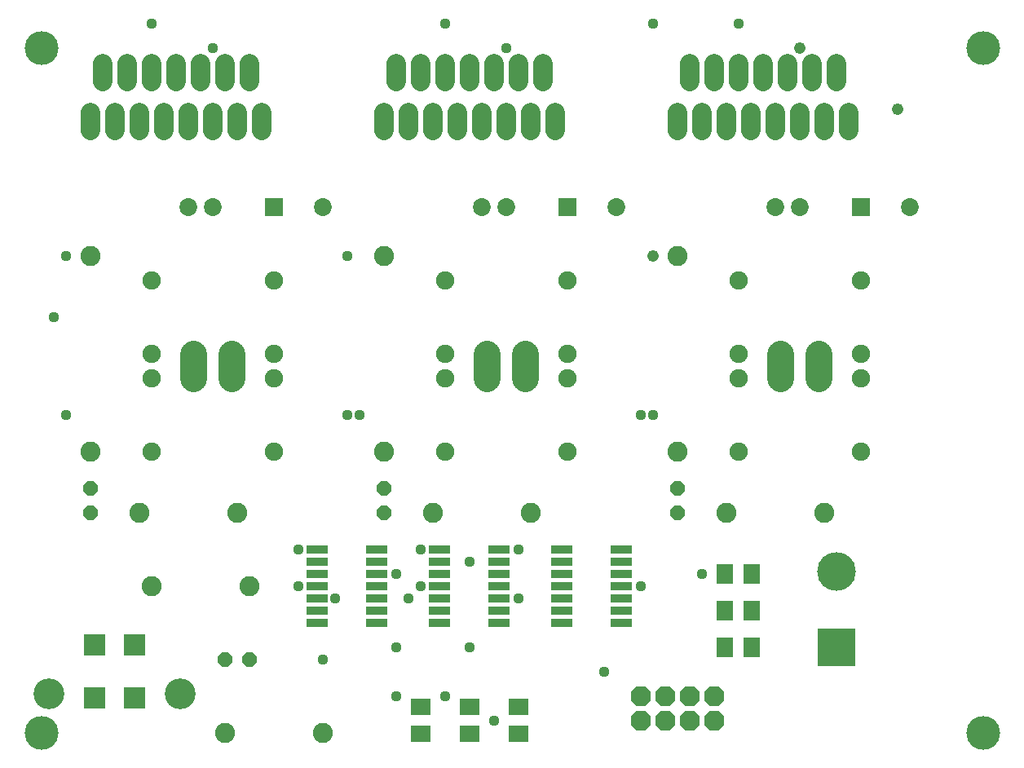
<source format=gts>
G75*
G70*
%OFA0B0*%
%FSLAX24Y24*%
%IPPOS*%
%LPD*%
%AMOC8*
5,1,8,0,0,1.08239X$1,22.5*
%
%ADD10C,0.0789*%
%ADD11C,0.1084*%
%ADD12C,0.0749*%
%ADD13OC8,0.0600*%
%ADD14C,0.0820*%
%ADD15C,0.0730*%
%ADD16R,0.0730X0.0730*%
%ADD17R,0.1580X0.1580*%
%ADD18C,0.1580*%
%ADD19OC8,0.0820*%
%ADD20R,0.0907X0.0907*%
%ADD21C,0.1261*%
%ADD22R,0.0880X0.0340*%
%ADD23R,0.0710X0.0789*%
%ADD24C,0.1380*%
%ADD25R,0.0789X0.0710*%
%ADD26C,0.0440*%
%ADD27C,0.0476*%
D10*
X003601Y026250D02*
X003601Y026959D01*
X004601Y026959D02*
X004601Y026250D01*
X005601Y026250D02*
X005601Y026959D01*
X006601Y026959D02*
X006601Y026250D01*
X007601Y026250D02*
X007601Y026959D01*
X008601Y026959D02*
X008601Y026250D01*
X009601Y026250D02*
X009601Y026959D01*
X010601Y026959D02*
X010601Y026250D01*
X010101Y028250D02*
X010101Y028959D01*
X009101Y028959D02*
X009101Y028250D01*
X008101Y028250D02*
X008101Y028959D01*
X007101Y028959D02*
X007101Y028250D01*
X006101Y028250D02*
X006101Y028959D01*
X005101Y028959D02*
X005101Y028250D01*
X004101Y028250D02*
X004101Y028959D01*
X015601Y026959D02*
X015601Y026250D01*
X016601Y026250D02*
X016601Y026959D01*
X017601Y026959D02*
X017601Y026250D01*
X018601Y026250D02*
X018601Y026959D01*
X019601Y026959D02*
X019601Y026250D01*
X020601Y026250D02*
X020601Y026959D01*
X021601Y026959D02*
X021601Y026250D01*
X022601Y026250D02*
X022601Y026959D01*
X022101Y028250D02*
X022101Y028959D01*
X021101Y028959D02*
X021101Y028250D01*
X020101Y028250D02*
X020101Y028959D01*
X019101Y028959D02*
X019101Y028250D01*
X018101Y028250D02*
X018101Y028959D01*
X017101Y028959D02*
X017101Y028250D01*
X016101Y028250D02*
X016101Y028959D01*
X027601Y026959D02*
X027601Y026250D01*
X028601Y026250D02*
X028601Y026959D01*
X029601Y026959D02*
X029601Y026250D01*
X030601Y026250D02*
X030601Y026959D01*
X031601Y026959D02*
X031601Y026250D01*
X032601Y026250D02*
X032601Y026959D01*
X033601Y026959D02*
X033601Y026250D01*
X034601Y026250D02*
X034601Y026959D01*
X034101Y028250D02*
X034101Y028959D01*
X033101Y028959D02*
X033101Y028250D01*
X032101Y028250D02*
X032101Y028959D01*
X031101Y028959D02*
X031101Y028250D01*
X030101Y028250D02*
X030101Y028959D01*
X029101Y028959D02*
X029101Y028250D01*
X028101Y028250D02*
X028101Y028959D01*
D11*
X031821Y017107D02*
X031821Y016103D01*
X033380Y016103D02*
X033380Y017107D01*
X021380Y017107D02*
X021380Y016103D01*
X019821Y016103D02*
X019821Y017107D01*
X009380Y017107D02*
X009380Y016103D01*
X007821Y016103D02*
X007821Y017107D01*
D12*
X006101Y017105D03*
X006101Y016105D03*
X006101Y013105D03*
X011101Y013105D03*
X011101Y016105D03*
X011101Y017105D03*
X011101Y020105D03*
X006101Y020105D03*
X018101Y020105D03*
X018101Y017105D03*
X018101Y016105D03*
X018101Y013105D03*
X023101Y013105D03*
X023101Y016105D03*
X023101Y017105D03*
X023101Y020105D03*
X030101Y020105D03*
X030101Y017105D03*
X030101Y016105D03*
X030101Y013105D03*
X035101Y013105D03*
X035101Y016105D03*
X035101Y017105D03*
X035101Y020105D03*
D13*
X027601Y011605D03*
X027601Y010605D03*
X015601Y010605D03*
X015601Y011605D03*
X010101Y004605D03*
X009101Y004605D03*
X003601Y010605D03*
X003601Y011605D03*
D14*
X003601Y013105D03*
X005601Y010605D03*
X006101Y007605D03*
X009601Y010605D03*
X010101Y007605D03*
X015601Y013105D03*
X017601Y010605D03*
X021601Y010605D03*
X027601Y013105D03*
X029601Y010605D03*
X033601Y010605D03*
X027601Y021105D03*
X015601Y021105D03*
X003601Y021105D03*
X009101Y001605D03*
X013101Y001605D03*
D15*
X013101Y023105D03*
X008601Y023105D03*
X007601Y023105D03*
X019601Y023105D03*
X020601Y023105D03*
X025101Y023105D03*
X031601Y023105D03*
X032601Y023105D03*
X037101Y023105D03*
D16*
X035101Y023105D03*
X023101Y023105D03*
X011101Y023105D03*
D17*
X034101Y005105D03*
D18*
X034101Y008209D03*
D19*
X029101Y003105D03*
X028101Y003105D03*
X027101Y003105D03*
X026101Y003105D03*
X026101Y002105D03*
X027101Y002105D03*
X028101Y002105D03*
X029101Y002105D03*
D20*
X005428Y003022D03*
X003774Y003022D03*
X003774Y005187D03*
X005428Y005187D03*
D21*
X007278Y003203D03*
X001924Y003203D03*
D22*
X012891Y006105D03*
X012891Y006605D03*
X012891Y007105D03*
X012891Y007605D03*
X012891Y008105D03*
X012891Y008605D03*
X012891Y009105D03*
X015311Y009105D03*
X015311Y008605D03*
X015311Y008105D03*
X015311Y007605D03*
X015311Y007105D03*
X015311Y006605D03*
X015311Y006105D03*
X017891Y006105D03*
X017891Y006605D03*
X017891Y007105D03*
X017891Y007605D03*
X017891Y008105D03*
X017891Y008605D03*
X017891Y009105D03*
X020311Y009105D03*
X020311Y008605D03*
X020311Y008105D03*
X020311Y007605D03*
X020311Y007105D03*
X020311Y006605D03*
X020311Y006105D03*
X022891Y006105D03*
X022891Y006605D03*
X022891Y007105D03*
X022891Y007605D03*
X022891Y008105D03*
X022891Y008605D03*
X022891Y009105D03*
X025311Y009105D03*
X025311Y008605D03*
X025311Y008105D03*
X025311Y007605D03*
X025311Y007105D03*
X025311Y006605D03*
X025311Y006105D03*
D23*
X029550Y006605D03*
X030652Y006605D03*
X030652Y008105D03*
X029550Y008105D03*
X029550Y005105D03*
X030652Y005105D03*
D24*
X001601Y001605D03*
X001601Y029605D03*
X040101Y029605D03*
X040101Y001605D03*
D25*
X021101Y001554D03*
X021101Y002656D03*
X019101Y002656D03*
X019101Y001554D03*
X017101Y001554D03*
X017101Y002656D03*
D26*
X016101Y003105D03*
X018101Y003105D03*
X020101Y002105D03*
X019101Y005105D03*
X021101Y007105D03*
X019101Y008605D03*
X021101Y009105D03*
X017101Y009105D03*
X016101Y008105D03*
X017101Y007605D03*
X016601Y007105D03*
X016101Y005105D03*
X013101Y004605D03*
X013601Y007105D03*
X012101Y007605D03*
X012101Y009105D03*
X014101Y014605D03*
X014601Y014605D03*
X014101Y021105D03*
X008601Y029605D03*
X006101Y030605D03*
X018101Y030605D03*
X020601Y029605D03*
X026601Y030605D03*
X030101Y030605D03*
X026601Y014605D03*
X026101Y014605D03*
X028601Y008105D03*
X026101Y007605D03*
X024601Y004105D03*
X002601Y014605D03*
X002101Y018605D03*
X002601Y021105D03*
D27*
X026601Y021105D03*
X036601Y027105D03*
X032601Y029605D03*
M02*

</source>
